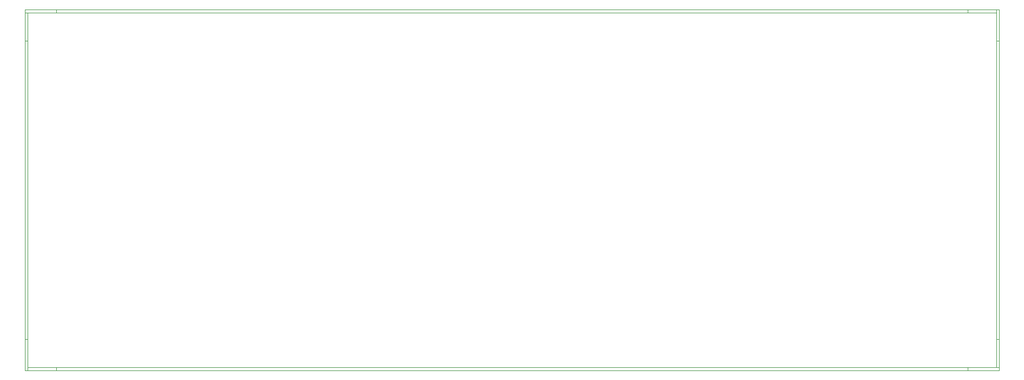
<source format=gbr>
%TF.GenerationSoftware,KiCad,Pcbnew,8.0.3*%
%TF.CreationDate,2025-01-07T15:38:08+01:00*%
%TF.ProjectId,fleury_seze,666c6575-7279-45f7-9365-7a652e6b6963,rev?*%
%TF.SameCoordinates,Original*%
%TF.FileFunction,Profile,NP*%
%FSLAX46Y46*%
G04 Gerber Fmt 4.6, Leading zero omitted, Abs format (unit mm)*
G04 Created by KiCad (PCBNEW 8.0.3) date 2025-01-07 15:38:08*
%MOMM*%
%LPD*%
G01*
G04 APERTURE LIST*
%TA.AperFunction,Profile*%
%ADD10C,0.100000*%
%TD*%
G04 APERTURE END LIST*
D10*
X74189130Y-15400000D02*
X-71250000Y-15400000D01*
X-71250000Y-14900000D01*
X74189130Y-14900000D01*
X74189130Y-15400000D01*
X-71250000Y-15400000D02*
X-75750000Y-15400000D01*
X-75750000Y-14900000D01*
X-71250000Y-14900000D01*
X-71250000Y-15400000D01*
X-75750000Y-15400000D02*
X-76250000Y-15400000D01*
X-76250000Y-10400000D01*
X-75750000Y-10400000D01*
X-75750000Y-15400000D01*
X-71250000Y41800000D02*
X-76250000Y41800000D01*
X-76250000Y42300000D01*
X-71250000Y42300000D01*
X-71250000Y41800000D01*
X-75750000Y37300000D02*
X-76250000Y37300000D01*
X-76250000Y41800000D01*
X-75750000Y41800000D01*
X-75750000Y37300000D01*
X-75750000Y-10400000D02*
X-76250000Y-10400000D01*
X-76250000Y37300000D01*
X-75750000Y37300000D01*
X-75750000Y-10400000D01*
X78689130Y41800000D02*
X74189130Y41800000D01*
X74189130Y42300000D01*
X78689130Y42300000D01*
X78689130Y41800000D01*
X74189130Y41800000D02*
X-71250000Y41800000D01*
X-71250000Y42300000D01*
X74189130Y42300000D01*
X74189130Y41800000D01*
X79189130Y-15400000D02*
X74189130Y-15400000D01*
X74189130Y-14900000D01*
X79189130Y-14900000D01*
X79189130Y-15400000D01*
X79189130Y-14900000D02*
X78689130Y-14900000D01*
X78689130Y-10400000D01*
X79189130Y-10400000D01*
X79189130Y-14900000D01*
X79189130Y37300000D02*
X78689130Y37300000D01*
X78689130Y42300000D01*
X79189130Y42300000D01*
X79189130Y37300000D01*
X79189130Y-10400000D02*
X78689130Y-10400000D01*
X78689130Y37300000D01*
X79189130Y37300000D01*
X79189130Y-10400000D01*
M02*

</source>
